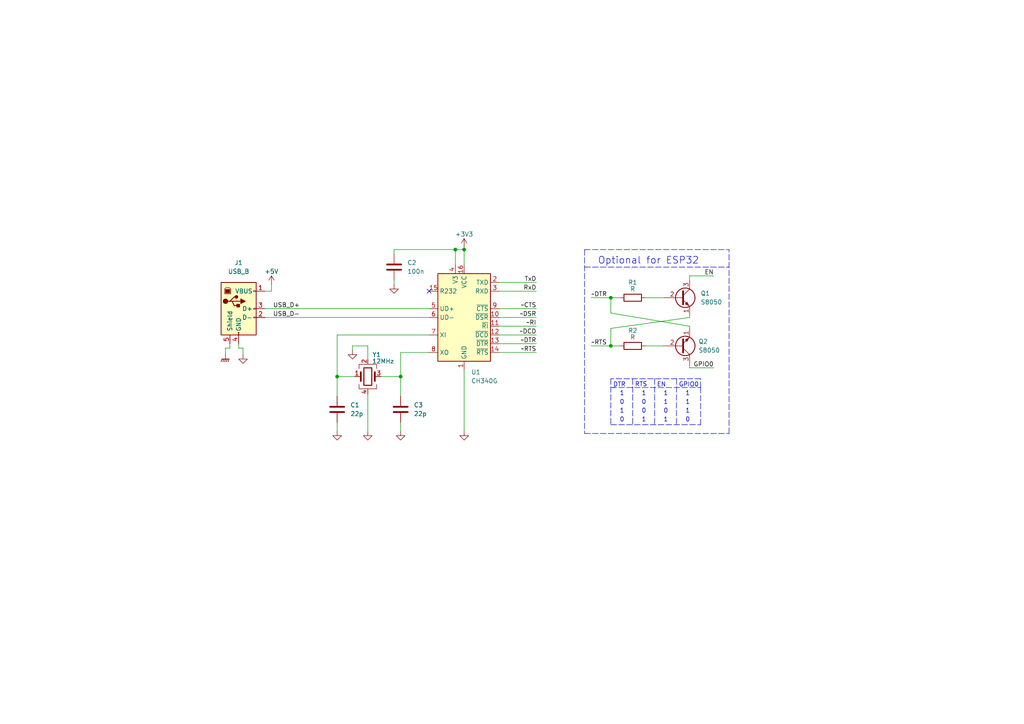
<source format=kicad_sch>
(kicad_sch (version 20211123) (generator eeschema)
  (paper "A4")
  (lib_symbols
    (symbol "Connector:USB_B" (pin_names (offset 1.016))
      (property "Reference" "J" (at -5.08 11.43 0))
      (property "Value" "USB_B" (at -5.08 8.89 0))
      (symbol "USB_B_0_1"
        (rectangle (start -5.08 -7.62) (end 5.08 7.62) (stroke (width 0.254)) (fill (type background)))
        (circle (center -3.81 2.159) (radius 0.635) (stroke (width 0.254)) (fill (type outline)))
        (rectangle (start -3.81 5.588) (end -2.54 4.572) (fill (type outline)))
        (circle (center -0.635 3.429) (radius 0.381) (stroke (width 0.254)) (fill (type outline)))
        (rectangle (start -0.127 -7.62) (end 0.127 -6.858))
        (polyline (pts (xy -1.905 2.159) (xy 0.635 2.159)) (stroke (width 0.254)))
        (polyline (pts (xy -3.175 2.159) (xy -2.54 2.159) (xy -1.27 3.429) (xy -0.635 3.429)) (stroke (width 0.254)))
        (polyline (pts (xy -2.54 2.159) (xy -1.905 2.159) (xy -1.27 0.889) (xy 0 0.889)) (stroke (width 0.254)))
        (polyline (pts (xy 0.635 2.794) (xy 0.635 1.524) (xy 1.905 2.159) (xy 0.635 2.794)) (stroke (width 0.254)) (fill (type outline)))
        (polyline (pts (xy -4.064 4.318) (xy -2.286 4.318) (xy -2.286 5.715) (xy -2.667 6.096) (xy -3.683 6.096) (xy -4.064 5.715) (xy -4.064 4.318)))
        (rectangle (start 0.254 1.27) (end -0.508 0.508) (stroke (width 0.254)) (fill (type outline)))
        (rectangle (start 5.08 -2.667) (end 4.318 -2.413))
        (rectangle (start 5.08 -0.127) (end 4.318 0.127))
        (rectangle (start 5.08 4.953) (end 4.318 5.207))
      )
      (symbol "USB_B_1_1"
        (pin power_out line (at 7.62 5.08 180) (length 2.54) (name "VBUS") (number "1"))
        (pin bidirectional line (at 7.62 -2.54 180) (length 2.54) (name "D-") (number "2"))
        (pin bidirectional line (at 7.62 0 180) (length 2.54) (name "D+") (number "3"))
        (pin power_out line (at 0 -10.16 90) (length 2.54) (name "GND") (number "4"))
        (pin passive line (at -2.54 -10.16 90) (length 2.54) (name "Shield") (number "5"))
      )
    )
    (symbol "Device:C" (pin_numbers hide) (pin_names (offset 0.254))
      (property "Reference" "C" (at 0.635 2.54 0))
      (property "Value" "C" (at 0.635 -2.54 0))
      (symbol "C_0_1"
        (polyline (pts (xy -2.032 -0.762) (xy 2.032 -0.762)) (stroke (width 0.508)))
        (polyline (pts (xy -2.032 0.762) (xy 2.032 0.762)) (stroke (width 0.508)))
      )
      (symbol "C_1_1"
        (pin passive line (at 0 3.81 270) (length 2.794) (name "~") (number "1"))
        (pin passive line (at 0 -3.81 90) (length 2.794) (name "~") (number "2"))
      )
    )
    (symbol "Device:Crystal_GND24" (pin_names (offset 1.016) hide)
      (property "Reference" "Y" (at 3.175 5.08 0))
      (property "Value" "Crystal_GND24" (at 3.175 3.175 0))
      (symbol "Crystal_GND24_0_1"
        (rectangle (start -1.143 2.54) (end 1.143 -2.54) (stroke (width 0.3048)))
        (polyline (pts (xy -2.54 0) (xy -2.032 0)))
        (polyline (pts (xy -2.032 -1.27) (xy -2.032 1.27)) (stroke (width 0.508)))
        (polyline (pts (xy 0 -3.81) (xy 0 -3.556)))
        (polyline (pts (xy 0 3.556) (xy 0 3.81)))
        (polyline (pts (xy 2.032 -1.27) (xy 2.032 1.27)) (stroke (width 0.508)))
        (polyline (pts (xy 2.032 0) (xy 2.54 0)))
        (polyline (pts (xy -2.54 -2.286) (xy -2.54 -3.556) (xy 2.54 -3.556) (xy 2.54 -2.286)))
        (polyline (pts (xy -2.54 2.286) (xy -2.54 3.556) (xy 2.54 3.556) (xy 2.54 2.286)))
      )
      (symbol "Crystal_GND24_1_1"
        (pin passive line (at -3.81 0 0) (length 1.27) (name "1") (number "1"))
        (pin passive line (at 0 5.08 270) (length 1.27) (name "2") (number "2"))
        (pin passive line (at 3.81 0 180) (length 1.27) (name "3") (number "3"))
        (pin passive line (at 0 -5.08 90) (length 1.27) (name "4") (number "4"))
      )
    )
    (symbol "Device:R" (pin_numbers hide) (pin_names (offset 0))
      (property "Reference" "R" (at 2.032 0 90))
      (property "Value" "R" (at 0 0 90))
      (symbol "R_0_1"
        (rectangle (start -1.016 -2.54) (end 1.016 2.54) (stroke (width 0.254)))
      )
      (symbol "R_1_1"
        (pin passive line (at 0 3.81 270) (length 1.27) (name "~") (number "1"))
        (pin passive line (at 0 -3.81 90) (length 1.27) (name "~") (number "2"))
      )
    )
    (symbol "Interface_USB:CH340G"
      (property "Reference" "U" (at -5.08 13.97 0))
      (property "Value" "CH340G" (at 1.27 13.97 0))
      (symbol "CH340G_0_1"
        (rectangle (start -7.62 12.7) (end 7.62 -12.7) (stroke (width 0.254)) (fill (type background)))
      )
      (symbol "CH340G_1_1"
        (pin power_in line (at 0 -15.24 90) (length 2.54) (name "GND") (number "1"))
        (pin input line (at 10.16 0 180) (length 2.54) (name "~{DSR}") (number "10"))
        (pin input line (at 10.16 -2.54 180) (length 2.54) (name "~{RI}") (number "11"))
        (pin input line (at 10.16 -5.08 180) (length 2.54) (name "~{DCD}") (number "12"))
        (pin output line (at 10.16 -7.62 180) (length 2.54) (name "~{DTR}") (number "13"))
        (pin output line (at 10.16 -10.16 180) (length 2.54) (name "~{RTS}") (number "14"))
        (pin input line (at -10.16 7.62 0) (length 2.54) (name "R232") (number "15"))
        (pin power_in line (at 0 15.24 270) (length 2.54) (name "VCC") (number "16"))
        (pin output line (at 10.16 10.16 180) (length 2.54) (name "TXD") (number "2"))
        (pin input line (at 10.16 7.62 180) (length 2.54) (name "RXD") (number "3"))
        (pin passive line (at -2.54 15.24 270) (length 2.54) (name "V3") (number "4"))
        (pin bidirectional line (at -10.16 2.54 0) (length 2.54) (name "UD+") (number "5"))
        (pin bidirectional line (at -10.16 0 0) (length 2.54) (name "UD-") (number "6"))
        (pin input line (at -10.16 -5.08 0) (length 2.54) (name "XI") (number "7"))
        (pin output line (at -10.16 -10.16 0) (length 2.54) (name "XO") (number "8"))
        (pin input line (at 10.16 2.54 180) (length 2.54) (name "~{CTS}") (number "9"))
      )
    )
    (symbol "Transistor_BJT:S8050" (pin_names (offset 0) hide)
      (property "Reference" "Q" (at 5.08 1.905 0))
      (property "Value" "S8050" (at 5.08 0 0))
      (symbol "S8050_0_1"
        (polyline (pts (xy 0 0) (xy 0.635 0)))
        (polyline (pts (xy 0.635 0.635) (xy 2.54 2.54)))
        (polyline (pts (xy 0.635 -0.635) (xy 2.54 -2.54) (xy 2.54 -2.54)))
        (polyline (pts (xy 0.635 1.905) (xy 0.635 -1.905) (xy 0.635 -1.905)) (stroke (width 0.508)))
        (polyline (pts (xy 1.27 -1.778) (xy 1.778 -1.27) (xy 2.286 -2.286) (xy 1.27 -1.778) (xy 1.27 -1.778)) (fill (type outline)))
        (circle (center 1.27 0) (radius 2.8194) (stroke (width 0.254)))
      )
      (symbol "S8050_1_1"
        (pin passive line (at 2.54 -5.08 90) (length 2.54) (name "E") (number "1"))
        (pin input line (at -5.08 0 0) (length 5.08) (name "B") (number "2"))
        (pin passive line (at 2.54 5.08 270) (length 2.54) (name "C") (number "3"))
      )
    )
    (symbol "power:+3V3" (power) (pin_names (offset 0))
      (property "Value" "+3V3" (at 0 3.556 0))
      (symbol "+3V3_0_1"
        (polyline (pts (xy -0.762 1.27) (xy 0 2.54)))
        (polyline (pts (xy 0 0) (xy 0 2.54)))
        (polyline (pts (xy 0 2.54) (xy 0.762 1.27)))
      )
      (symbol "+3V3_1_1"
        (pin power_in line (at 0 0 90) (length 0) hide (name "+3V3") (number "1"))
      )
    )
    (symbol "power:+5V" (power) (pin_names (offset 0))
      (property "Value" "+5V" (at 0 3.556 0))
      (symbol "+5V_0_1"
        (polyline (pts (xy -0.762 1.27) (xy 0 2.54)))
        (polyline (pts (xy 0 0) (xy 0 2.54)))
        (polyline (pts (xy 0 2.54) (xy 0.762 1.27)))
      )
      (symbol "+5V_1_1"
        (pin power_in line (at 0 0 90) (length 0) hide (name "+5V") (number "1"))
      )
    )
    (symbol "power:GND" (power) (pin_names (offset 0))
      (property "Value" "GND" (at 0 -3.81 0))
      (symbol "GND_0_1"
        (polyline (pts (xy 0 0) (xy 0 -1.27) (xy 1.27 -1.27) (xy 0 -2.54) (xy -1.27 -1.27) (xy 0 -1.27)))
      )
      (symbol "GND_1_1"
        (pin power_in line (at 0 0 270) (length 0) hide (name "GND") (number "1"))
      )
    )
    (symbol "power:GNDPWR" (power) (pin_names (offset 0))
      (property "Value" "GNDPWR" (at 0 -3.302 0))
      (symbol "GNDPWR_0_1"
        (polyline (pts (xy 0 -1.27) (xy 0 0)))
        (polyline (pts (xy -1.016 -1.27) (xy -1.27 -2.032) (xy -1.27 -2.032)) (stroke (width 0.2032)))
        (polyline (pts (xy -0.508 -1.27) (xy -0.762 -2.032) (xy -0.762 -2.032)) (stroke (width 0.2032)))
        (polyline (pts (xy 0 -1.27) (xy -0.254 -2.032) (xy -0.254 -2.032)) (stroke (width 0.2032)))
        (polyline (pts (xy 0.508 -1.27) (xy 0.254 -2.032) (xy 0.254 -2.032)) (stroke (width 0.2032)))
        (polyline (pts (xy 1.016 -1.27) (xy -1.016 -1.27) (xy -1.016 -1.27)) (stroke (width 0.2032)))
        (polyline (pts (xy 1.016 -1.27) (xy 0.762 -2.032) (xy 0.762 -2.032) (xy 0.762 -2.032)) (stroke (width 0.2032)))
      )
      (symbol "GNDPWR_1_1"
        (pin power_in line (at 0 0 270) (length 0) hide (name "GNDPWR") (number "1"))
      )
    )
  )
  (junction (at 97.79 109.22))
  (junction (at 134.62 72.39))
  (junction (at 132.08 72.39))
  (junction (at 177.165 86.36))
  (junction (at 177.165 100.33))
  (junction (at 116.205 109.22))
  (no_connect (at 124.46 84.455))
  (wire (pts (xy 179.705 100.33) (xy 177.165 100.33)))
  (wire (pts (xy 116.205 109.22) (xy 116.205 114.935)))
  (wire (pts (xy 97.79 97.155) (xy 124.46 97.155)))
  (wire (pts (xy 97.79 122.555) (xy 97.79 125.095)))
  (polyline (pts (xy 169.545 77.47) (xy 211.455 77.47)))
  (wire (pts (xy 106.68 100.33) (xy 106.68 104.14)))
  (wire (pts (xy 102.87 109.22) (xy 97.79 109.22)))
  (polyline (pts (xy 196.215 109.855) (xy 196.215 123.19)))
  (wire (pts (xy 144.78 94.615) (xy 155.575 94.615)))
  (wire (pts (xy 102.235 100.33) (xy 106.68 100.33)))
  (wire (pts (xy 144.78 102.235) (xy 155.575 102.235)))
  (polyline (pts (xy 169.545 125.73) (xy 211.455 125.73)))
  (wire (pts (xy 177.165 86.36) (xy 177.165 90.805)))
  (wire (pts (xy 116.205 109.22) (xy 116.205 102.235)))
  (wire (pts (xy 144.78 99.695) (xy 155.575 99.695)))
  (wire (pts (xy 69.215 100.965) (xy 70.485 100.965)))
  (wire (pts (xy 171.45 100.33) (xy 177.165 100.33)))
  (polyline (pts (xy 169.545 72.39) (xy 169.545 125.73)))
  (wire (pts (xy 78.74 84.455) (xy 78.74 82.55)))
  (wire (pts (xy 66.675 100.965) (xy 65.405 100.965)))
  (wire (pts (xy 114.3 73.66) (xy 114.3 72.39)))
  (wire (pts (xy 114.3 72.39) (xy 132.08 72.39)))
  (wire (pts (xy 76.835 89.535) (xy 124.46 89.535)))
  (wire (pts (xy 97.79 109.22) (xy 97.79 114.935)))
  (wire (pts (xy 66.675 99.695) (xy 66.675 100.965)))
  (polyline (pts (xy 203.2 112.395) (xy 203.2 109.855)))
  (polyline (pts (xy 177.8 112.395) (xy 178.435 112.395)))
  (wire (pts (xy 69.215 99.695) (xy 69.215 100.965)))
  (polyline (pts (xy 177.165 109.855) (xy 177.165 123.19)))
  (polyline (pts (xy 203.2 112.395) (xy 203.2 112.395)))
  (wire (pts (xy 187.325 86.36) (xy 192.405 86.36)))
  (wire (pts (xy 134.62 71.755) (xy 134.62 72.39)))
  (wire (pts (xy 144.78 97.155) (xy 155.575 97.155)))
  (wire (pts (xy 200.025 105.41) (xy 200.025 106.68)))
  (wire (pts (xy 70.485 100.965) (xy 70.485 102.87)))
  (wire (pts (xy 144.78 92.075) (xy 155.575 92.075)))
  (wire (pts (xy 110.49 109.22) (xy 116.205 109.22)))
  (polyline (pts (xy 169.545 72.39) (xy 211.455 72.39)))
  (wire (pts (xy 200.025 80.01) (xy 207.01 80.01)))
  (wire (pts (xy 177.165 95.25) (xy 200.025 92.075)))
  (polyline (pts (xy 177.165 112.395) (xy 203.2 112.395)))
  (wire (pts (xy 200.025 94.615) (xy 200.025 95.25)))
  (wire (pts (xy 144.78 81.915) (xy 155.575 81.915)))
  (polyline (pts (xy 177.165 123.19) (xy 203.2 123.19)))
  (wire (pts (xy 179.705 86.36) (xy 177.165 86.36)))
  (wire (pts (xy 144.78 89.535) (xy 155.575 89.535)))
  (wire (pts (xy 171.45 86.36) (xy 177.165 86.36)))
  (wire (pts (xy 97.79 109.22) (xy 97.79 97.155)))
  (wire (pts (xy 114.3 81.28) (xy 114.3 82.55)))
  (wire (pts (xy 76.835 84.455) (xy 78.74 84.455)))
  (wire (pts (xy 177.165 100.33) (xy 177.165 95.25)))
  (wire (pts (xy 106.68 114.3) (xy 106.68 125.095)))
  (wire (pts (xy 200.025 81.28) (xy 200.025 80.01)))
  (wire (pts (xy 102.235 101.6) (xy 102.235 100.33)))
  (polyline (pts (xy 211.455 125.73) (xy 211.455 72.39)))
  (polyline (pts (xy 183.515 109.855) (xy 183.515 123.19)))
  (wire (pts (xy 177.165 90.805) (xy 200.025 94.615)))
  (wire (pts (xy 116.205 102.235) (xy 124.46 102.235)))
  (polyline (pts (xy 189.865 109.855) (xy 189.865 123.19)))
  (wire (pts (xy 144.78 84.455) (xy 155.575 84.455)))
  (wire (pts (xy 76.835 92.075) (xy 124.46 92.075)))
  (wire (pts (xy 65.405 100.965) (xy 65.405 102.87)))
  (wire (pts (xy 134.62 72.39) (xy 134.62 76.835)))
  (wire (pts (xy 116.205 122.555) (xy 116.205 125.095)))
  (wire (pts (xy 200.025 106.68) (xy 207.01 106.68)))
  (wire (pts (xy 132.08 72.39) (xy 134.62 72.39)))
  (wire (pts (xy 134.62 107.315) (xy 134.62 125.095)))
  (wire (pts (xy 187.325 100.33) (xy 192.405 100.33)))
  (polyline (pts (xy 203.2 109.855) (xy 177.165 109.855)))
  (polyline (pts (xy 203.2 123.19) (xy 203.2 112.395)))
  (wire (pts (xy 200.025 92.075) (xy 200.025 91.44)))
  (wire (pts (xy 132.08 72.39) (xy 132.08 76.835)))
  (text "1" (at 198.755 117.475 0) (effects (font (size 1.27 1.27)) (justify left bottom)))
  (text "0" (at 179.705 117.475 0) (effects (font (size 1.27 1.27)) (justify left bottom)))
  (text "0" (at 179.705 122.555 0) (effects (font (size 1.27 1.27)) (justify left bottom)))
  (text "1" (at 192.405 114.935 0) (effects (font (size 1.27 1.27)) (justify left bottom)))
  (text "EN" (at 190.5 112.395 0) (effects (font (size 1.27 1.27)) (justify left bottom)))
  (text "0" (at 192.405 120.015 0) (effects (font (size 1.27 1.27)) (justify left bottom)))
  (text "1" (at 179.705 114.935 0) (effects (font (size 1.27 1.27)) (justify left bottom)))
  (text "0" (at 186.055 120.015 0) (effects (font (size 1.27 1.27)) (justify left bottom)))
  (text "1" (at 192.405 117.475 0) (effects (font (size 1.27 1.27)) (justify left bottom)))
  (text "1" (at 179.705 120.015 0) (effects (font (size 1.27 1.27)) (justify left bottom)))
  (text "0" (at 198.755 122.555 0) (effects (font (size 1.27 1.27)) (justify left bottom)))
  (text "1" (at 186.055 122.555 0) (effects (font (size 1.27 1.27)) (justify left bottom)))
  (text "RTS" (at 184.1164 112.3435 0) (effects (font (size 1.27 1.27)) (justify left bottom)))
  (text "DTR" (at 177.8 112.395 0) (effects (font (size 1.27 1.27)) (justify left bottom)))
  (text "1" (at 192.405 122.555 0) (effects (font (size 1.27 1.27)) (justify left bottom)))
  (text "0" (at 186.055 117.475 0) (effects (font (size 1.27 1.27)) (justify left bottom)))
  (text "1" (at 186.055 114.935 0) (effects (font (size 1.27 1.27)) (justify left bottom)))
  (text "1" (at 198.755 114.935 0) (effects (font (size 1.27 1.27)) (justify left bottom)))
  (text "Optional for ESP32" (at 173.355 76.835 0) (effects (font (size 2 2)) (justify left bottom)))
  (text "1" (at 198.755 120.015 0) (effects (font (size 1.27 1.27)) (justify left bottom)))
  (text "GPIO0" (at 196.85 112.395 0) (effects (font (size 1.27 1.27)) (justify left bottom)))
  (label "USB_D-" (at 86.995 92.075 180))
  (label "USB_D+" (at 86.995 89.535 180))
  (label "RxD" (at 155.575 84.455 180))
  (label "~CTS" (at 155.575 89.535 180))
  (label "~DSR" (at 155.575 92.075 180))
  (label "~RI" (at 155.575 94.615 180))
  (label "~DCD" (at 155.575 97.155 180))
  (label "TxD" (at 155.575 81.915 180))
  (label "GPIO0" (at 207.01 106.68 180))
  (label "~DTR" (at 155.575 99.695 180))
  (label "~RTS" (at 171.45 100.33 0))
  (label "~RTS" (at 155.575 102.235 180))
  (label "EN" (at 207.01 80.01 180))
  (label "~DTR" (at 171.45 86.36 0))
  (symbol (lib_id "Transistor_BJT:S8050") (at 197.485 86.36 0) (unit 1)
    (property "Reference" "Q1" (at 203.2 85.0899 0) (effects (justify left)))
    (property "Value" "S8050" (at 203.2 87.6299 0) (effects (justify left)))
    (property "Footprint" "Package_TO_SOT_THT:TO-92_Inline" (effects hide))
    (property "Datasheet" "http://www.unisonic.com.tw/datasheet/S8050.pdf" (effects hide))
  )
  (symbol (lib_id "power:GND") (at 102.235 101.6 0) (unit 1)
    (property "Reference" "#PWR05" (effects hide))
    (property "Value" "GND" (effects hide))
  )
  (symbol (lib_id "Device:Crystal_GND24") (at 106.68 109.22 0) (unit 1)
    (property "Reference" "Y1" (at 109.22 102.87 0))
    (property "Value" "12MHz" (at 111.125 104.775 0))
  )
  (symbol (lib_id "Transistor_BJT:S8050") (at 197.485 100.33 0) (mirror x) (unit 1)
    (property "Reference" "Q2" (at 202.565 99.0599 0) (effects (justify left)))
    (property "Value" "S8050" (at 202.565 101.5999 0) (effects (justify left)))
    (property "Footprint" "Package_TO_SOT_THT:TO-92_Inline" (effects hide))
    (property "Datasheet" "http://www.unisonic.com.tw/datasheet/S8050.pdf" (effects hide))
  )
  (symbol (lib_id "power:+5V") (at 78.74 82.55 0) (unit 1)
    (property "Reference" "#PWR03" (effects hide))
    (property "Value" "+5V" (at 78.74 78.74 0))
  )
  (symbol (lib_id "Device:R") (at 183.515 100.33 90) (unit 1)
    (property "Reference" "R2" (at 183.515 95.885 90))
    (property "Value" "R" (at 183.515 97.79 90))
  )
  (symbol (lib_id "power:GND") (at 106.68 125.095 0) (unit 1)
    (property "Reference" "#PWR06" (effects hide))
    (property "Value" "GND" (effects hide))
  )
  (symbol (lib_id "Device:C") (at 114.3 77.47 0) (unit 1)
    (property "Reference" "C2" (at 118.11 76.1999 0) (effects (justify left)))
    (property "Value" "100n" (at 118.11 78.7399 0) (effects (justify left)))
  )
  (symbol (lib_id "Device:R") (at 183.515 86.36 90) (unit 1)
    (property "Reference" "R1" (at 183.515 81.915 90))
    (property "Value" "R" (at 183.515 83.82 90))
  )
  (symbol (lib_id "power:GND") (at 116.205 125.095 0) (unit 1)
    (property "Reference" "#PWR08" (effects hide))
    (property "Value" "GND" (effects hide))
  )
  (symbol (lib_id "power:GND") (at 114.3 82.55 0) (unit 1)
    (property "Reference" "#PWR07" (effects hide))
    (property "Value" "GND" (effects hide))
  )
  (symbol (lib_id "power:GNDPWR") (at 65.405 102.87 0) (unit 1)
    (property "Reference" "#PWR01" (effects hide))
    (property "Value" "GNDPWR" (effects hide))
  )
  (symbol (lib_id "power:+3V3") (at 134.62 71.755 0) (unit 1)
    (property "Reference" "#PWR09" (effects hide))
    (property "Value" "+3V3" (at 134.62 67.945 0))
  )
  (symbol (lib_id "power:GND") (at 134.62 125.095 0) (unit 1)
    (property "Reference" "#PWR010" (effects hide))
    (property "Value" "GND" (effects hide))
  )
  (symbol (lib_id "power:GND") (at 70.485 102.87 0) (unit 1)
    (property "Reference" "#PWR02" (effects hide))
    (property "Value" "GND" (effects hide))
  )
  (symbol (lib_id "power:GND") (at 97.79 125.095 0) (unit 1)
    (property "Reference" "#PWR04" (effects hide))
    (property "Value" "GND" (effects hide))
  )
  (symbol (lib_id "Interface_USB:CH340G") (at 134.62 92.075 0) (unit 1)
    (property "Reference" "U1" (at 136.6394 107.95 0) (effects (justify left)))
    (property "Value" "CH340G" (at 136.6394 110.49 0) (effects (justify left)))
    (property "Footprint" "Package_SO:SOIC-16_3.9x9.9mm_P1.27mm" (effects hide))
    (property "Datasheet" "http://www.datasheet5.com/pdf-local-2195953" (effects hide))
  )
  (symbol (lib_id "Device:C") (at 116.205 118.745 0) (unit 1)
    (property "Reference" "C3" (at 120.015 117.4749 0) (effects (justify left)))
    (property "Value" "22p" (at 120.015 120.0149 0) (effects (justify left)))
  )
  (symbol (lib_id "Connector:USB_B") (at 69.215 89.535 0) (unit 1)
    (property "Reference" "J1" (at 69.215 76.2 0))
    (property "Value" "USB_B" (at 69.215 78.74 0))
    (property "Datasheet" " ~" (effects hide))
  )
  (symbol (lib_id "Device:C") (at 97.79 118.745 0) (unit 1)
    (property "Reference" "C1" (at 101.6 117.4749 0) (effects (justify left)))
    (property "Value" "22p" (at 101.6 120.0149 0) (effects (justify left)))
  )
)
</source>
